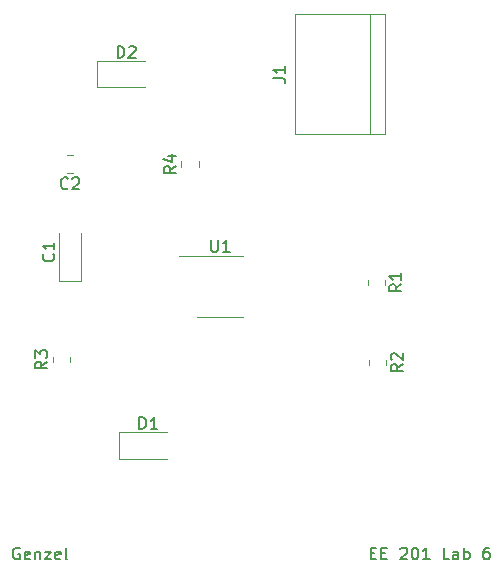
<source format=gbr>
%TF.GenerationSoftware,KiCad,Pcbnew,(6.0.10)*%
%TF.CreationDate,2023-02-16T14:40:30-08:00*%
%TF.ProjectId,Lab 4 555 timer,4c616220-3420-4353-9535-2074696d6572,rev?*%
%TF.SameCoordinates,Original*%
%TF.FileFunction,Legend,Top*%
%TF.FilePolarity,Positive*%
%FSLAX46Y46*%
G04 Gerber Fmt 4.6, Leading zero omitted, Abs format (unit mm)*
G04 Created by KiCad (PCBNEW (6.0.10)) date 2023-02-16 14:40:30*
%MOMM*%
%LPD*%
G01*
G04 APERTURE LIST*
%ADD10C,0.150000*%
%ADD11C,0.120000*%
G04 APERTURE END LIST*
D10*
X157536190Y-104068571D02*
X157869523Y-104068571D01*
X158012380Y-104592380D02*
X157536190Y-104592380D01*
X157536190Y-103592380D01*
X158012380Y-103592380D01*
X158440952Y-104068571D02*
X158774285Y-104068571D01*
X158917142Y-104592380D02*
X158440952Y-104592380D01*
X158440952Y-103592380D01*
X158917142Y-103592380D01*
X160060000Y-103687619D02*
X160107619Y-103640000D01*
X160202857Y-103592380D01*
X160440952Y-103592380D01*
X160536190Y-103640000D01*
X160583809Y-103687619D01*
X160631428Y-103782857D01*
X160631428Y-103878095D01*
X160583809Y-104020952D01*
X160012380Y-104592380D01*
X160631428Y-104592380D01*
X161250476Y-103592380D02*
X161345714Y-103592380D01*
X161440952Y-103640000D01*
X161488571Y-103687619D01*
X161536190Y-103782857D01*
X161583809Y-103973333D01*
X161583809Y-104211428D01*
X161536190Y-104401904D01*
X161488571Y-104497142D01*
X161440952Y-104544761D01*
X161345714Y-104592380D01*
X161250476Y-104592380D01*
X161155238Y-104544761D01*
X161107619Y-104497142D01*
X161060000Y-104401904D01*
X161012380Y-104211428D01*
X161012380Y-103973333D01*
X161060000Y-103782857D01*
X161107619Y-103687619D01*
X161155238Y-103640000D01*
X161250476Y-103592380D01*
X162536190Y-104592380D02*
X161964761Y-104592380D01*
X162250476Y-104592380D02*
X162250476Y-103592380D01*
X162155238Y-103735238D01*
X162060000Y-103830476D01*
X161964761Y-103878095D01*
X164202857Y-104592380D02*
X163726666Y-104592380D01*
X163726666Y-103592380D01*
X164964761Y-104592380D02*
X164964761Y-104068571D01*
X164917142Y-103973333D01*
X164821904Y-103925714D01*
X164631428Y-103925714D01*
X164536190Y-103973333D01*
X164964761Y-104544761D02*
X164869523Y-104592380D01*
X164631428Y-104592380D01*
X164536190Y-104544761D01*
X164488571Y-104449523D01*
X164488571Y-104354285D01*
X164536190Y-104259047D01*
X164631428Y-104211428D01*
X164869523Y-104211428D01*
X164964761Y-104163809D01*
X165440952Y-104592380D02*
X165440952Y-103592380D01*
X165440952Y-103973333D02*
X165536190Y-103925714D01*
X165726666Y-103925714D01*
X165821904Y-103973333D01*
X165869523Y-104020952D01*
X165917142Y-104116190D01*
X165917142Y-104401904D01*
X165869523Y-104497142D01*
X165821904Y-104544761D01*
X165726666Y-104592380D01*
X165536190Y-104592380D01*
X165440952Y-104544761D01*
X167536190Y-103592380D02*
X167345714Y-103592380D01*
X167250476Y-103640000D01*
X167202857Y-103687619D01*
X167107619Y-103830476D01*
X167060000Y-104020952D01*
X167060000Y-104401904D01*
X167107619Y-104497142D01*
X167155238Y-104544761D01*
X167250476Y-104592380D01*
X167440952Y-104592380D01*
X167536190Y-104544761D01*
X167583809Y-104497142D01*
X167631428Y-104401904D01*
X167631428Y-104163809D01*
X167583809Y-104068571D01*
X167536190Y-104020952D01*
X167440952Y-103973333D01*
X167250476Y-103973333D01*
X167155238Y-104020952D01*
X167107619Y-104068571D01*
X167060000Y-104163809D01*
X127825714Y-103640000D02*
X127730476Y-103592380D01*
X127587619Y-103592380D01*
X127444761Y-103640000D01*
X127349523Y-103735238D01*
X127301904Y-103830476D01*
X127254285Y-104020952D01*
X127254285Y-104163809D01*
X127301904Y-104354285D01*
X127349523Y-104449523D01*
X127444761Y-104544761D01*
X127587619Y-104592380D01*
X127682857Y-104592380D01*
X127825714Y-104544761D01*
X127873333Y-104497142D01*
X127873333Y-104163809D01*
X127682857Y-104163809D01*
X128682857Y-104544761D02*
X128587619Y-104592380D01*
X128397142Y-104592380D01*
X128301904Y-104544761D01*
X128254285Y-104449523D01*
X128254285Y-104068571D01*
X128301904Y-103973333D01*
X128397142Y-103925714D01*
X128587619Y-103925714D01*
X128682857Y-103973333D01*
X128730476Y-104068571D01*
X128730476Y-104163809D01*
X128254285Y-104259047D01*
X129159047Y-103925714D02*
X129159047Y-104592380D01*
X129159047Y-104020952D02*
X129206666Y-103973333D01*
X129301904Y-103925714D01*
X129444761Y-103925714D01*
X129540000Y-103973333D01*
X129587619Y-104068571D01*
X129587619Y-104592380D01*
X129968571Y-103925714D02*
X130492380Y-103925714D01*
X129968571Y-104592380D01*
X130492380Y-104592380D01*
X131254285Y-104544761D02*
X131159047Y-104592380D01*
X130968571Y-104592380D01*
X130873333Y-104544761D01*
X130825714Y-104449523D01*
X130825714Y-104068571D01*
X130873333Y-103973333D01*
X130968571Y-103925714D01*
X131159047Y-103925714D01*
X131254285Y-103973333D01*
X131301904Y-104068571D01*
X131301904Y-104163809D01*
X130825714Y-104259047D01*
X131873333Y-104592380D02*
X131778095Y-104544761D01*
X131730476Y-104449523D01*
X131730476Y-103592380D01*
%TO.C,D2*%
X136121904Y-62132380D02*
X136121904Y-61132380D01*
X136360000Y-61132380D01*
X136502857Y-61180000D01*
X136598095Y-61275238D01*
X136645714Y-61370476D01*
X136693333Y-61560952D01*
X136693333Y-61703809D01*
X136645714Y-61894285D01*
X136598095Y-61989523D01*
X136502857Y-62084761D01*
X136360000Y-62132380D01*
X136121904Y-62132380D01*
X137074285Y-61227619D02*
X137121904Y-61180000D01*
X137217142Y-61132380D01*
X137455238Y-61132380D01*
X137550476Y-61180000D01*
X137598095Y-61227619D01*
X137645714Y-61322857D01*
X137645714Y-61418095D01*
X137598095Y-61560952D01*
X137026666Y-62132380D01*
X137645714Y-62132380D01*
%TO.C,R1*%
X160142380Y-81296666D02*
X159666190Y-81630000D01*
X160142380Y-81868095D02*
X159142380Y-81868095D01*
X159142380Y-81487142D01*
X159190000Y-81391904D01*
X159237619Y-81344285D01*
X159332857Y-81296666D01*
X159475714Y-81296666D01*
X159570952Y-81344285D01*
X159618571Y-81391904D01*
X159666190Y-81487142D01*
X159666190Y-81868095D01*
X160142380Y-80344285D02*
X160142380Y-80915714D01*
X160142380Y-80630000D02*
X159142380Y-80630000D01*
X159285238Y-80725238D01*
X159380476Y-80820476D01*
X159428095Y-80915714D01*
%TO.C,R3*%
X130152380Y-87839602D02*
X129676190Y-88172936D01*
X130152380Y-88411031D02*
X129152380Y-88411031D01*
X129152380Y-88030078D01*
X129200000Y-87934840D01*
X129247619Y-87887221D01*
X129342857Y-87839602D01*
X129485714Y-87839602D01*
X129580952Y-87887221D01*
X129628571Y-87934840D01*
X129676190Y-88030078D01*
X129676190Y-88411031D01*
X129152380Y-87506269D02*
X129152380Y-86887221D01*
X129533333Y-87220555D01*
X129533333Y-87077697D01*
X129580952Y-86982459D01*
X129628571Y-86934840D01*
X129723809Y-86887221D01*
X129961904Y-86887221D01*
X130057142Y-86934840D01*
X130104761Y-86982459D01*
X130152380Y-87077697D01*
X130152380Y-87363412D01*
X130104761Y-87458650D01*
X130057142Y-87506269D01*
%TO.C,U1*%
X144048095Y-77552380D02*
X144048095Y-78361904D01*
X144095714Y-78457142D01*
X144143333Y-78504761D01*
X144238571Y-78552380D01*
X144429047Y-78552380D01*
X144524285Y-78504761D01*
X144571904Y-78457142D01*
X144619523Y-78361904D01*
X144619523Y-77552380D01*
X145619523Y-78552380D02*
X145048095Y-78552380D01*
X145333809Y-78552380D02*
X145333809Y-77552380D01*
X145238571Y-77695238D01*
X145143333Y-77790476D01*
X145048095Y-77838095D01*
%TO.C,C1*%
X130682142Y-78731666D02*
X130729761Y-78779285D01*
X130777380Y-78922142D01*
X130777380Y-79017380D01*
X130729761Y-79160238D01*
X130634523Y-79255476D01*
X130539285Y-79303095D01*
X130348809Y-79350714D01*
X130205952Y-79350714D01*
X130015476Y-79303095D01*
X129920238Y-79255476D01*
X129825000Y-79160238D01*
X129777380Y-79017380D01*
X129777380Y-78922142D01*
X129825000Y-78779285D01*
X129872619Y-78731666D01*
X130777380Y-77779285D02*
X130777380Y-78350714D01*
X130777380Y-78065000D02*
X129777380Y-78065000D01*
X129920238Y-78160238D01*
X130015476Y-78255476D01*
X130063095Y-78350714D01*
%TO.C,D1*%
X137974404Y-93549880D02*
X137974404Y-92549880D01*
X138212500Y-92549880D01*
X138355357Y-92597500D01*
X138450595Y-92692738D01*
X138498214Y-92787976D01*
X138545833Y-92978452D01*
X138545833Y-93121309D01*
X138498214Y-93311785D01*
X138450595Y-93407023D01*
X138355357Y-93502261D01*
X138212500Y-93549880D01*
X137974404Y-93549880D01*
X139498214Y-93549880D02*
X138926785Y-93549880D01*
X139212500Y-93549880D02*
X139212500Y-92549880D01*
X139117261Y-92692738D01*
X139022023Y-92787976D01*
X138926785Y-92835595D01*
%TO.C,J1*%
X149312380Y-63833333D02*
X150026666Y-63833333D01*
X150169523Y-63880952D01*
X150264761Y-63976190D01*
X150312380Y-64119047D01*
X150312380Y-64214285D01*
X150312380Y-62833333D02*
X150312380Y-63404761D01*
X150312380Y-63119047D02*
X149312380Y-63119047D01*
X149455238Y-63214285D01*
X149550476Y-63309523D01*
X149598095Y-63404761D01*
%TO.C,C2*%
X131913333Y-73157142D02*
X131865714Y-73204761D01*
X131722857Y-73252380D01*
X131627619Y-73252380D01*
X131484761Y-73204761D01*
X131389523Y-73109523D01*
X131341904Y-73014285D01*
X131294285Y-72823809D01*
X131294285Y-72680952D01*
X131341904Y-72490476D01*
X131389523Y-72395238D01*
X131484761Y-72300000D01*
X131627619Y-72252380D01*
X131722857Y-72252380D01*
X131865714Y-72300000D01*
X131913333Y-72347619D01*
X132294285Y-72347619D02*
X132341904Y-72300000D01*
X132437142Y-72252380D01*
X132675238Y-72252380D01*
X132770476Y-72300000D01*
X132818095Y-72347619D01*
X132865714Y-72442857D01*
X132865714Y-72538095D01*
X132818095Y-72680952D01*
X132246666Y-73252380D01*
X132865714Y-73252380D01*
%TO.C,R2*%
X160247380Y-88066666D02*
X159771190Y-88400000D01*
X160247380Y-88638095D02*
X159247380Y-88638095D01*
X159247380Y-88257142D01*
X159295000Y-88161904D01*
X159342619Y-88114285D01*
X159437857Y-88066666D01*
X159580714Y-88066666D01*
X159675952Y-88114285D01*
X159723571Y-88161904D01*
X159771190Y-88257142D01*
X159771190Y-88638095D01*
X159342619Y-87685714D02*
X159295000Y-87638095D01*
X159247380Y-87542857D01*
X159247380Y-87304761D01*
X159295000Y-87209523D01*
X159342619Y-87161904D01*
X159437857Y-87114285D01*
X159533095Y-87114285D01*
X159675952Y-87161904D01*
X160247380Y-87733333D01*
X160247380Y-87114285D01*
%TO.C,R4*%
X141042380Y-71286666D02*
X140566190Y-71620000D01*
X141042380Y-71858095D02*
X140042380Y-71858095D01*
X140042380Y-71477142D01*
X140090000Y-71381904D01*
X140137619Y-71334285D01*
X140232857Y-71286666D01*
X140375714Y-71286666D01*
X140470952Y-71334285D01*
X140518571Y-71381904D01*
X140566190Y-71477142D01*
X140566190Y-71858095D01*
X140375714Y-70429523D02*
X141042380Y-70429523D01*
X139994761Y-70667619D02*
X140709047Y-70905714D01*
X140709047Y-70286666D01*
D11*
%TO.C,D2*%
X134400000Y-64635000D02*
X138460000Y-64635000D01*
X134400000Y-62365000D02*
X134400000Y-64635000D01*
X138460000Y-62365000D02*
X134400000Y-62365000D01*
%TO.C,R1*%
X158775000Y-80902936D02*
X158775000Y-81357064D01*
X157305000Y-80902936D02*
X157305000Y-81357064D01*
%TO.C,R3*%
X132085000Y-87900000D02*
X132085000Y-87445872D01*
X130615000Y-87900000D02*
X130615000Y-87445872D01*
%TO.C,U1*%
X144810000Y-84060000D02*
X142860000Y-84060000D01*
X144810000Y-78940000D02*
X141360000Y-78940000D01*
X144810000Y-84060000D02*
X146760000Y-84060000D01*
X144810000Y-78940000D02*
X146760000Y-78940000D01*
%TO.C,C1*%
X131140000Y-81050000D02*
X133010000Y-81050000D01*
X131140000Y-76965000D02*
X131140000Y-81050000D01*
X133010000Y-81050000D02*
X133010000Y-76965000D01*
%TO.C,D1*%
X136252500Y-96052500D02*
X140312500Y-96052500D01*
X136252500Y-93782500D02*
X136252500Y-96052500D01*
X140312500Y-93782500D02*
X136252500Y-93782500D01*
%TO.C,J1*%
X158750000Y-68580000D02*
X158750000Y-58420000D01*
X151130000Y-68580000D02*
X158750000Y-68580000D01*
X157480000Y-58420000D02*
X157480000Y-68580000D01*
X151130000Y-58420000D02*
X151130000Y-68580000D01*
X158750000Y-58420000D02*
X151130000Y-58420000D01*
%TO.C,C2*%
X132341252Y-71855000D02*
X131818748Y-71855000D01*
X132341252Y-70385000D02*
X131818748Y-70385000D01*
%TO.C,R2*%
X157410000Y-87672936D02*
X157410000Y-88127064D01*
X158880000Y-87672936D02*
X158880000Y-88127064D01*
%TO.C,R4*%
X142975000Y-71347064D02*
X142975000Y-70892936D01*
X141505000Y-71347064D02*
X141505000Y-70892936D01*
%TD*%
M02*

</source>
